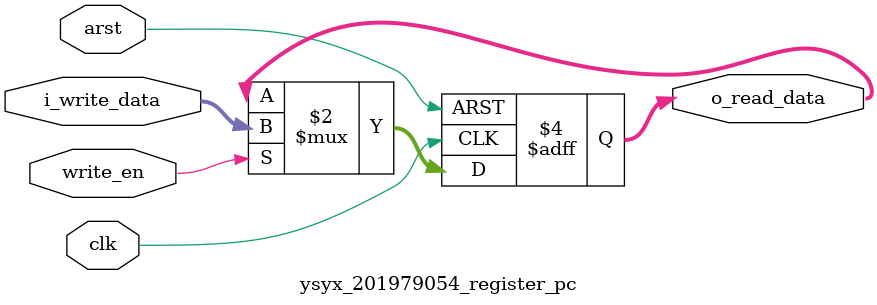
<source format=sv>
/* Copyright (c) 2024 Maveric NU. All rights reserved. */

// ---------------------------------------------------------------------
// This is a nonarchitectural register with write enable signal for PC.
// ---------------------------------------------------------------------

module ysyx_201979054_register_pc
// Parameters.
#(
    parameter DATA_WIDTH = 64
)
// Port decleration. 
(   
    // Common clock & enable signal.
    input  logic                      clk,
    input  logic                      write_en,
    input  logic                      arst,

    //Input interface. 
    input  logic [ DATA_WIDTH - 1:0 ] i_write_data,
    
    // Output interface.
    output logic [ DATA_WIDTH - 1:0 ] o_read_data
);

    // Write logic.
    always_ff @( posedge clk, posedge arst ) begin 
        if ( arst ) o_read_data <= 64'h3000_0000;
        else if ( write_en ) begin
            o_read_data <= i_write_data;
        end
    end
    
endmodule
</source>
